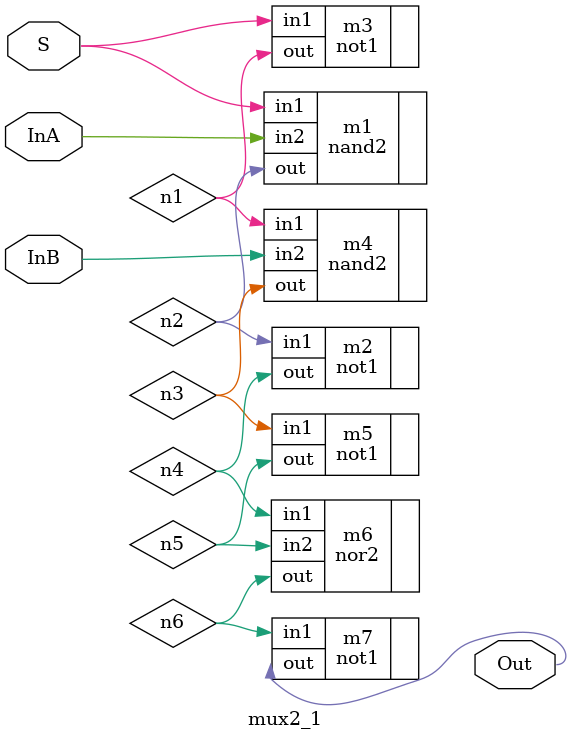
<source format=v>
/*
    CS/ECE 552 Spring '19
    Homework #3, Problem 1

    2-1 mux template
*/
module mux2_1(InA, InB, S, Out);
	input   InA, InB;
	input   S;
	output  Out;
	wire	n1, n2, n3, n4, n5, n6;

	// Mux Logic
	nand2 m1( .in1(S), .in2(InA), .out(n2));
	not1 m2( .in1(n2), .out(n4));
	not1 m3( .in1(S), .out(n1));
	nand2 m4( .in1(n1), .in2(InB), .out(n3));
	not1 m5( .in1(n3), .out(n5));
	nor2 m6( .in1(n4), .in2(n5), .out(n6));
	not1 m7( .in1(n6), .out(Out));
	
endmodule

</source>
